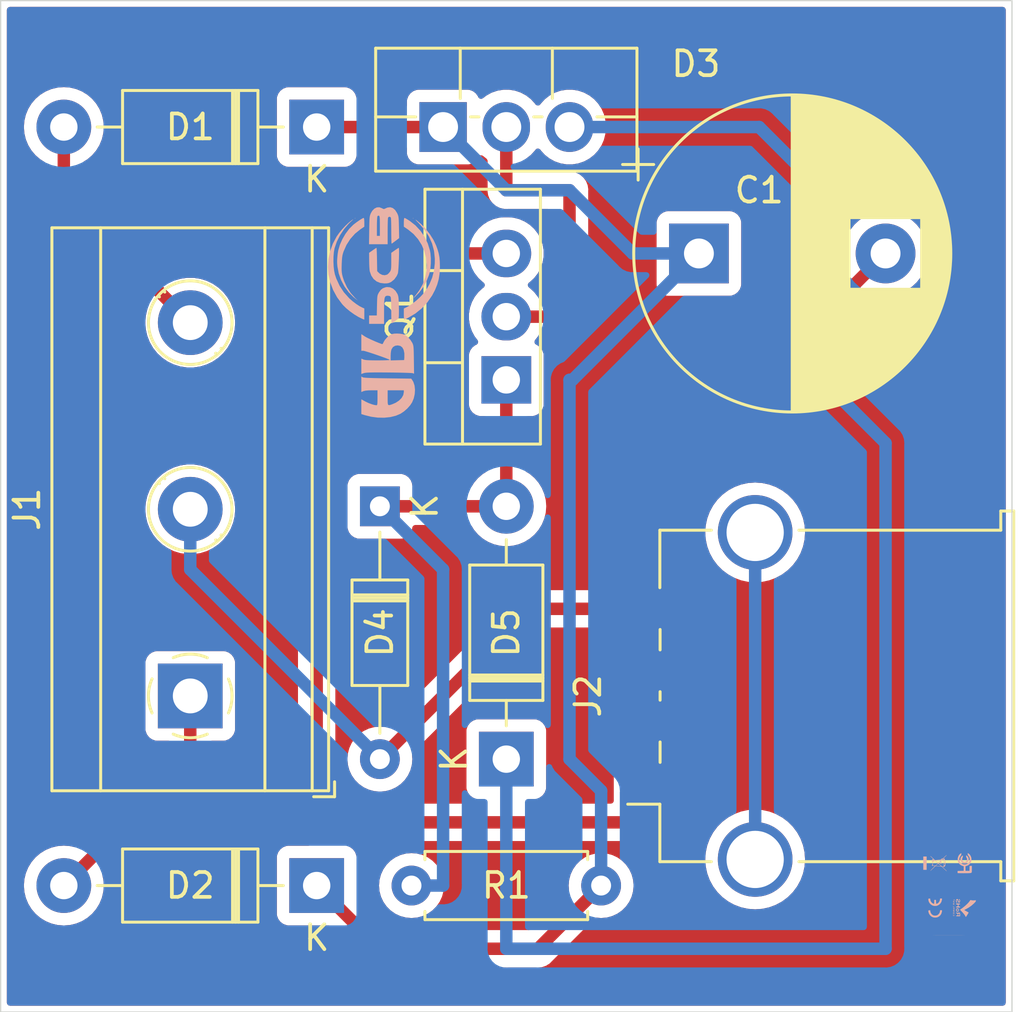
<source format=kicad_pcb>
(kicad_pcb (version 20221018) (generator pcbnew)
  (layers (0 "F.Cu" power) (31 "B.Cu" power) (34 "B.Paste" user) (35 "F.Paste" user) (36 "B.SilkS" user "B.Silkscreen") (37 "F.SilkS" user "F.Silkscreen") (38 "B.Mask" user) (39 "F.Mask" user) (44 "Edge.Cuts" user))
  (net 0 "")
  (net 1 "Net-(D1-A)")
  (net 2 "GND")
  (net 3 "Net-(D1-K)")
  (net 4 "Net-(D3-K)")
  (net 5 "Net-(D3-G)")
  (net 6 "Net-(D4-K)")
  (net 7 "Net-(J2-VBUS)")
  (net 9 "unconnected-(J2-D+-Pad3)")
  (net 10 "unconnected-(J2-Shield-Pad5)")
  (net 11 "Net-(D2-A)")
  (footprint "Diode_THT:D_DO-41_SOD81_P10.16mm_Horizontal" (layer "F.Cu") (at 198.12 73.66 180)
    (fp_text reference "D1" (at 5.08 0) (layer "F.SilkS"))
    (fp_text value "1N4007")
    (fp_text user "K" (at 0 -2.1) (layer "F.SilkS"))
    (pad "1" thru_hole rect (at 0 0 180) (size 2.2 2.2) (drill 1.1) (layers "*.Cu" "*.Mask") (net 3 "Net-(D1-K)"))
    (pad "2" thru_hole oval (at 10.16 0 180) (size 2.2 2.2) (drill 1.1) (layers "*.Cu" "*.Mask") (net 1 "Net-(D1-A)"))
  )
  (footprint "Diode_THT:D_DO-41_SOD81_P10.16mm_Horizontal" (layer "F.Cu") (at 198.12 104.14 180)
    (fp_text reference "D2" (at 5.08 0) (layer "F.SilkS"))
    (fp_text value "1N4007")
    (fp_text user "K" (at 0 -2.1) (layer "F.SilkS"))
    (pad "1" thru_hole rect (at 0 0 180) (size 2.2 2.2) (drill 1.1) (layers "*.Cu" "*.Mask") (net 3 "Net-(D1-K)"))
    (pad "2" thru_hole oval (at 10.16 0 180) (size 2.2 2.2) (drill 1.1) (layers "*.Cu" "*.Mask") (net 11 "Net-(D2-A)"))
  )
  (footprint "Package_TO_SOT_THT:TO-220F-3_Vertical" (layer "F.Cu") (at 203.2 73.66)
    (fp_text reference "D3" (at 10.16 -2.54) (layer "F.SilkS"))
    (fp_text value "SCR")
    (pad "1" thru_hole rect (at 0 0) (size 1.905 2) (drill 1.2) (layers "*.Cu" "*.Mask") (net 3 "Net-(D1-K)"))
    (pad "2" thru_hole oval (at 2.54 0) (size 1.905 2) (drill 1.2) (layers "*.Cu" "*.Mask") (net 4 "Net-(D3-K)"))
    (pad "3" thru_hole oval (at 5.08 0) (size 1.905 2) (drill 1.2) (layers "*.Cu" "*.Mask") (net 5 "Net-(D3-G)"))
  )
  (footprint "Diode_THT:D_DO-35_SOD27_P10.16mm_Horizontal" (layer "F.Cu") (at 200.66 88.9 -90)
    (fp_text reference "D4" (at 5.08 0 90) (layer "F.SilkS"))
    (fp_text value "5.1V")
    (fp_text user "K" (at 0 -1.8 90) (layer "F.SilkS"))
    (pad "1" thru_hole rect (at 0 0 270) (size 1.6 1.6) (drill 0.8) (layers "*.Cu" "*.Mask") (net 6 "Net-(D4-K)"))
    (pad "2" thru_hole oval (at 10.16 0 270) (size 1.6 1.6) (drill 0.8) (layers "*.Cu" "*.Mask") (net 2 "GND"))
  )
  (footprint "Diode_THT:D_DO-41_SOD81_P10.16mm_Horizontal" (layer "F.Cu") (at 205.74 99.06 90)
    (fp_text reference "D5" (at 5.08 0 90) (layer "F.SilkS"))
    (fp_text value "D")
    (fp_text user "K" (at 0 -2.1 90) (layer "F.SilkS"))
    (pad "1" thru_hole rect (at 0 0 90) (size 2.2 2.2) (drill 1.1) (layers "*.Cu" "*.Mask") (net 5 "Net-(D3-G)"))
    (pad "2" thru_hole oval (at 10.16 0 90) (size 2.2 2.2) (drill 1.1) (layers "*.Cu" "*.Mask") (net 6 "Net-(D4-K)"))
  )
  (footprint "Capacitor_THT:CP_Radial_D12.5mm_P7.50mm" (layer "F.Cu") (at 213.48 78.74)
    (fp_text reference "C1" (at 2.42 -2.54) (layer "F.SilkS"))
    (fp_text value "100u")
    (pad "1" thru_hole rect (at 0 0) (size 2.4 2.4) (drill 1.2) (layers "*.Cu" "*.Mask") (net 3 "Net-(D1-K)"))
    (pad "2" thru_hole circle (at 7.5 0) (size 2.4 2.4) (drill 1.2) (layers "*.Cu" "*.Mask") (net 2 "GND"))
  )
  (footprint "TerminalBlock_MetzConnect:TerminalBlock_MetzConnect_Type175_RT02703HBLC_1x03_P7.50mm_Horizontal" (layer "F.Cu") (at 193.04 96.52 90)
    (fp_text reference "J1" (at 7.5 -6.56 90) (layer "F.SilkS"))
    (fp_text value "Input")
    (pad "1" thru_hole rect (at 0 0 90) (size 2.6 2.6) (drill 1.4) (layers "*.Cu" "*.Mask") (net 11 "Net-(D2-A)"))
    (pad "2" thru_hole circle (at 7.5 0 90) (size 2.6 2.6) (drill 1.4) (layers "*.Cu" "*.Mask") (net 2 "GND"))
    (pad "3" thru_hole circle (at 15 0 90) (size 2.6 2.6) (drill 1.4) (layers "*.Cu" "*.Mask") (net 1 "Net-(D1-A)"))
  )
  (footprint "Connector_USB:USB_A_TE_292303-7_Horizontal" (layer "F.Cu") (at 218.44 96.52 90)
    (fp_text reference "J2" (at 0 -9.42 90) (layer "F.SilkS"))
    (fp_text value "USB_A")
    (pad "1" smd rect (at -3.5 -6.38 90) (size 1.25 3) (layers "F.Cu" "F.Paste" "F.Mask") (net 7 "Net-(J2-VBUS)"))
    (pad "2" smd rect (at -1 -6.38 90) (size 1.25 3) (layers "F.Cu" "F.Paste" "F.Mask"))
    (pad "3" smd rect (at 1 -6.38 90) (size 1.25 3) (layers "F.Cu" "F.Paste" "F.Mask") (net 9 "unconnected-(J2-D+-Pad3)"))
    (pad "4" smd rect (at 3.5 -6.38 90) (size 1.25 3) (layers "F.Cu" "F.Paste" "F.Mask") (net 2 "GND"))
    (pad "5" thru_hole circle (at -6.57 -2.7 90) (size 3 3) (drill 2.3) (layers "*.Cu" "*.Mask") (net 10 "unconnected-(J2-Shield-Pad5)"))
    (pad "5" thru_hole circle (at 6.57 -2.7 90) (size 3 3) (drill 2.3) (layers "*.Cu" "*.Mask") (net 10 "unconnected-(J2-Shield-Pad5)"))
  )
  (footprint "Package_TO_SOT_THT:TO-220-3_Vertical" (layer "F.Cu") (at 205.74 83.82 90)
    (fp_text reference "Q1" (at 2.54 -4.27 90) (layer "F.SilkS"))
    (fp_text value "TIP122")
    (pad "1" thru_hole rect (at 0 0 90) (size 1.905 2) (drill 1.1) (layers "*.Cu" "*.Mask") (net 6 "Net-(D4-K)"))
    (pad "2" thru_hole oval (at 2.54 0 90) (size 1.905 2) (drill 1.1) (layers "*.Cu" "*.Mask") (net 4 "Net-(D3-K)"))
    (pad "3" thru_hole oval (at 5.08 0 90) (size 1.905 2) (drill 1.1) (layers "*.Cu" "*.Mask") (net 7 "Net-(J2-VBUS)"))
  )
  (footprint "Resistor_THT:R_Axial_DIN0207_L6.3mm_D2.5mm_P7.62mm_Horizontal" (layer "F.Cu") (at 209.55 104.14 180)
    (fp_text reference "R1" (at 3.81 0) (layer "F.SilkS"))
    (fp_text value "500")
    (pad "1" thru_hole circle (at 0 0 180) (size 1.6 1.6) (drill 0.8) (layers "*.Cu" "*.Mask") (net 3 "Net-(D1-K)"))
    (pad "2" thru_hole oval (at 7.62 0 180) (size 1.6 1.6) (drill 0.8) (layers "*.Cu" "*.Mask") (net 6 "Net-(D4-K)"))
  )
  (footprint "LOGO" (layer "B.Cu") (at 200.66 81.28 90)
    (fp_text reference "G***" hide)
    (fp_text value "LOGO" hide)
  )
  (footprint "LOGO" (layer "B.Cu") (at 223.52 104.14 90)
    (fp_text reference "G***" hide)
    (fp_text value "LOGO" hide)
  )
  (gr_rect (start 185.42 68.58) (end 226.06 109.22) (stroke (width 0.05)) (fill none) (layer "Edge.Cuts"))
  (segment (start 193.04 81.52) (end 187.96 76.44) (width 0.5) (layer "F.Cu") (net 1))
  (segment (start 187.96 76.44) (end 187.96 73.66) (width 0.5) (layer "F.Cu") (net 1))
  (segment (start 212.06 87.66) (end 212.06 93.02) (width 0.5) (layer "F.Cu") (net 2))
  (segment (start 220.98 78.74) (end 212.06 87.66) (width 0.5) (layer "F.Cu") (net 2))
  (segment (start 212.06 93.02) (end 206.7 93.02) (width 0.5) (layer "F.Cu") (net 2))
  (segment (start 206.7 93.02) (end 200.66 99.06) (width 0.5) (layer "F.Cu") (net 2))
  (segment (start 193.04 88.9) (end 193.04 89.02) (width 0.2) (layer "F.Cu") (net 2))
  (segment (start 193.04 91.44) (end 200.66 99.06) (width 0.5) (layer "B.Cu") (net 2))
  (segment (start 193.04 89.02) (end 193.04 91.44) (width 0.5) (layer "B.Cu") (net 2))
  (segment (start 207.01 106.68) (end 209.55 104.14) (width 0.5) (layer "F.Cu") (net 3))
  (segment (start 200.66 106.68) (end 207.01 106.68) (width 0.5) (layer "F.Cu") (net 3))
  (segment (start 198.12 73.66) (end 203.2 73.66) (width 0.5) (layer "F.Cu") (net 3))
  (segment (start 198.12 104.14) (end 200.66 106.68) (width 0.5) (layer "F.Cu") (net 3))
  (segment (start 213.48 78.74) (end 210.82 78.74) (width 0.5) (layer "B.Cu") (net 3))
  (segment (start 209.55 100.33) (end 209.55 104.14) (width 0.5) (layer "B.Cu") (net 3))
  (segment (start 213.48 78.74) (end 208.4 83.82) (width 0.5) (layer "B.Cu") (net 3))
  (segment (start 205.74 76.2) (end 203.2 73.66) (width 0.5) (layer "B.Cu") (net 3))
  (segment (start 208.4 83.82) (end 208.28 83.82) (width 0.5) (layer "B.Cu") (net 3))
  (segment (start 208.28 99.06) (end 209.55 100.33) (width 0.5) (layer "B.Cu") (net 3))
  (segment (start 208.28 76.2) (end 205.74 76.2) (width 0.5) (layer "B.Cu") (net 3))
  (segment (start 210.82 78.74) (end 208.28 76.2) (width 0.5) (layer "B.Cu") (net 3))
  (segment (start 208.28 83.82) (end 208.28 99.06) (width 0.5) (layer "B.Cu") (net 3))
  (segment (start 205.74 76.2) (end 208.28 76.2) (width 0.5) (layer "F.Cu") (net 4))
  (segment (start 208.28 81.28) (end 205.74 81.28) (width 0.5) (layer "F.Cu") (net 4))
  (segment (start 208.28 76.2) (end 208.28 81.28) (width 0.5) (layer "F.Cu") (net 4))
  (segment (start 205.74 73.66) (end 205.74 76.2) (width 0.5) (layer "F.Cu") (net 4))
  (segment (start 205.74 106.68) (end 205.74 99.06) (width 0.5) (layer "B.Cu") (net 5))
  (segment (start 208.28 73.66) (end 215.9 73.66) (width 0.5) (layer "B.Cu") (net 5))
  (segment (start 218.44 76.2) (end 218.44 83.82) (width 0.5) (layer "B.Cu") (net 5))
  (segment (start 220.98 86.36) (end 220.98 106.68) (width 0.5) (layer "B.Cu") (net 5))
  (segment (start 218.44 83.82) (end 220.98 86.36) (width 0.5) (layer "B.Cu") (net 5))
  (segment (start 215.9 73.66) (end 218.44 76.2) (width 0.5) (layer "B.Cu") (net 5))
  (segment (start 220.98 106.68) (end 205.74 106.68) (width 0.5) (layer "B.Cu") (net 5))
  (segment (start 205.74 88.9) (end 205.74 83.82) (width 0.5) (layer "F.Cu") (net 6))
  (segment (start 200.66 88.9) (end 205.74 88.9) (width 0.5) (layer "F.Cu") (net 6))
  (segment (start 203.2 104.14) (end 203.2 91.44) (width 0.5) (layer "B.Cu") (net 6))
  (segment (start 203.2 91.44) (end 200.66 88.9) (width 0.5) (layer "B.Cu") (net 6))
  (segment (start 201.93 104.14) (end 203.2 104.14) (width 0.5) (layer "B.Cu") (net 6))
  (segment (start 200.66 78.74) (end 205.74 78.74) (width 0.5) (layer "F.Cu") (net 7))
  (segment (start 210.48 101.6) (end 198.12 101.6) (width 0.5) (layer "F.Cu") (net 7))
  (segment (start 198.12 81.28) (end 200.66 78.74) (width 0.5) (layer "F.Cu") (net 7))
  (segment (start 212.06 100.02) (end 210.48 101.6) (width 0.5) (layer "F.Cu") (net 7))
  (segment (start 198.12 101.6) (end 198.12 81.28) (width 0.5) (layer "F.Cu") (net 7))
  (segment (start 212.06 94.94) (end 211.185 94.94) (width 0.2) (layer "F.Cu") (net 9))
  (segment (start 215.74 103.09) (end 215.74 89.95) (width 0.5) (layer "B.Cu") (net 10))
  (segment (start 193.04 99.06) (end 187.96 104.14) (width 0.5) (layer "F.Cu") (net 11))
  (segment (start 193.04 96.52) (end 193.04 99.06) (width 0.5) (layer "F.Cu") (net 11))
  (zone (net 0) (net_name "") (layers "F&B.Cu") (connect_pads (clearance 0.5)) (min_thickness 0.25) (fill yes (thermal_gap 0.5) (thermal_bridge_width 0.5) (island_removal_mode 1) (island_area_min 10))
    (polygon (pts (xy 185.42 68.58) (xy 226.06 68.58) (xy 226.06 109.22) (xy 185.42 109.22)))
  )
)
</source>
